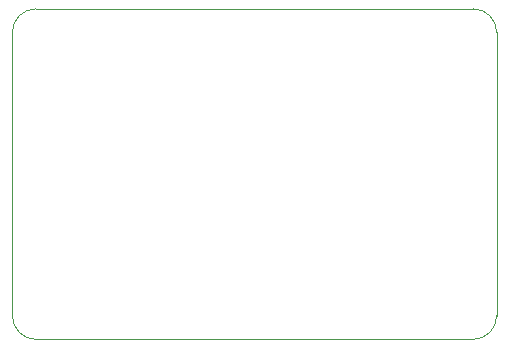
<source format=gm1>
G04 #@! TF.GenerationSoftware,KiCad,Pcbnew,9.0.2-9.0.2-0~ubuntu24.04.1*
G04 #@! TF.CreationDate,2025-06-11T11:10:21+02:00*
G04 #@! TF.ProjectId,PCB_Affichage,5043425f-4166-4666-9963-686167652e6b,rev?*
G04 #@! TF.SameCoordinates,Original*
G04 #@! TF.FileFunction,Profile,NP*
%FSLAX46Y46*%
G04 Gerber Fmt 4.6, Leading zero omitted, Abs format (unit mm)*
G04 Created by KiCad (PCBNEW 9.0.2-9.0.2-0~ubuntu24.04.1) date 2025-06-11 11:10:21*
%MOMM*%
%LPD*%
G01*
G04 APERTURE LIST*
G04 #@! TA.AperFunction,Profile*
%ADD10C,0.050000*%
G04 #@! TD*
G04 APERTURE END LIST*
D10*
X126000000Y-46000000D02*
G75*
G02*
X128000000Y-48000000I0J-2000000D01*
G01*
X87000000Y-72000000D02*
X87000000Y-48000000D01*
X89000000Y-46000000D02*
X126000000Y-46000000D01*
X89000000Y-74000000D02*
G75*
G02*
X87000000Y-72000000I0J2000000D01*
G01*
X128000000Y-72000000D02*
G75*
G02*
X126000000Y-74000000I-2000000J0D01*
G01*
X87000000Y-48000000D02*
G75*
G02*
X89000000Y-46000000I2000000J0D01*
G01*
X128000000Y-48000000D02*
X128000000Y-72000000D01*
X126000000Y-74000000D02*
X89000000Y-74000000D01*
M02*

</source>
